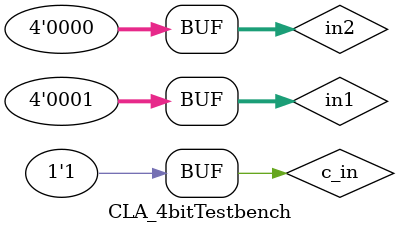
<source format=v>
`timescale 1ns / 1ps

/*
    Assignment Number: 3
    Problem Number: 2 Carry Look-ahead Adder
    Semester Number: 5
    Group Number:22
    Group Members: Nikhil Saraswat(20CS10039), Amit Kumar (20CS10039)
*/
//////////////////////////////////////////////////////////////////////////////////

module CLA_4bitTestbench;

	// Outputs
	wire c_out;
	wire [3:0] sum;
	
	// Inputs
	reg c_in;
	reg [3:0] in1, in2;


	// Instantiate the Unit Under Test (UUT)
	CLA_4bit uut (
		.in1(in1), 
		.in2(in2), 
		.c_in(c_in), 
		.sum(sum), 
		.c_out(c_out)
	);

	initial begin
		$monitor ("in1 = %d, in2 = %d, c_in = %d, c_out = %d, sum = %d", in1, in2, c_in, c_out, sum);
		// Initialize Inputs
		in1 = 4'b0100; in2 = 4'b0100; c_in = 0;
		#100;
		in1 = 4'b0100; in2 = 4'b1100; c_in = 0;
		#100;
		in1 = 4'b0011; in2 = 4'b0010; c_in = 1;
		#100;
		in1 = 4'b0101; in2 = 4'b0000; c_in = 1;
		#100;
		in1 = 4'b0001; in2 = 4'b0000; c_in = 1;
	end
      
endmodule
</source>
